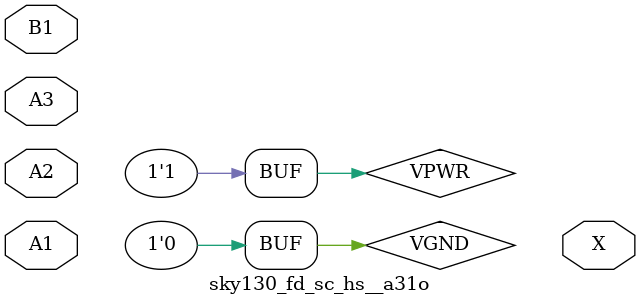
<source format=v>
module sky130_fd_sc_hs__a31o (
    //# {{data|Data Signals}}
    input  A1,
    input  A2,
    input  A3,
    input  B1,
    output X
);
    // Voltage supply signals
    supply1 VPWR;
    supply0 VGND;
endmodule
</source>
